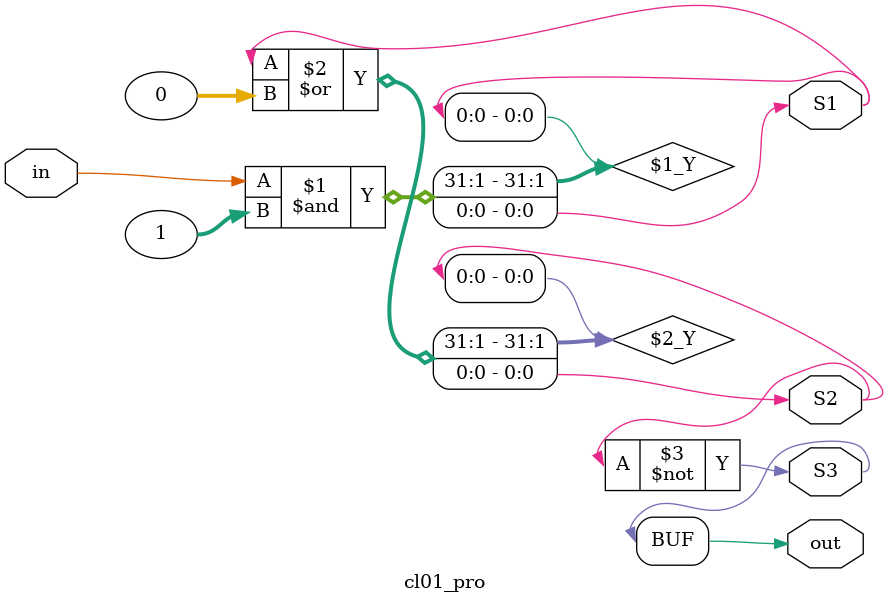
<source format=v>
`timescale 1ns / 100ps 
module cl01_pro( 
  input in, // in0 only
  output S1,S2,S3,
  output out
); // GATE model
  // wire S0,S1,S2,S3;
  and #1 U1(S1,in,1); // in1=1
  or  #2 U2(S2,S1,0); // in2=0
  not #3 U3(S3,S2);
  assign out=S3;
endmodule

</source>
